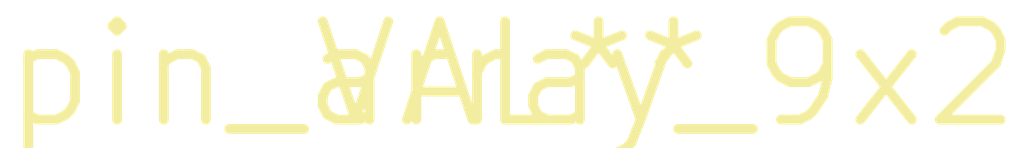
<source format=kicad_pcb>
(kicad_pcb (version 3) (host pcbnew "(2013-07-07 BZR 4022)-stable")

  (general
    (links 0)
    (no_connects 0)
    (area 0 0 0 0)
    (thickness 1.6)
    (drawings 0)
    (tracks 0)
    (zones 0)
    (modules 1)
    (nets 1)
  )

  (page A3)
  (layers
    (15 F.Cu signal)
    (0 B.Cu signal)
    (16 B.Adhes user)
    (17 F.Adhes user)
    (18 B.Paste user)
    (19 F.Paste user)
    (20 B.SilkS user)
    (21 F.SilkS user)
    (22 B.Mask user)
    (23 F.Mask user)
    (24 Dwgs.User user)
    (25 Cmts.User user)
    (26 Eco1.User user)
    (27 Eco2.User user)
    (28 Edge.Cuts user)
  )

  (setup
    (last_trace_width 0.254)
    (trace_clearance 0.254)
    (zone_clearance 0.508)
    (zone_45_only no)
    (trace_min 0.254)
    (segment_width 0.2)
    (edge_width 0.15)
    (via_size 0.889)
    (via_drill 0.635)
    (via_min_size 0.889)
    (via_min_drill 0.508)
    (uvia_size 0.508)
    (uvia_drill 0.127)
    (uvias_allowed no)
    (uvia_min_size 0.508)
    (uvia_min_drill 0.127)
    (pcb_text_width 0.3)
    (pcb_text_size 1.5 1.5)
    (mod_edge_width 0.15)
    (mod_text_size 1.5 1.5)
    (mod_text_width 0.15)
    (pad_size 1.524 1.524)
    (pad_drill 0.762)
    (pad_to_mask_clearance 0.2)
    (aux_axis_origin 0 0)
    (visible_elements FFFFFFBF)
    (pcbplotparams
      (layerselection 3178497)
      (usegerberextensions true)
      (excludeedgelayer true)
      (linewidth 0.100000)
      (plotframeref false)
      (viasonmask false)
      (mode 1)
      (useauxorigin false)
      (hpglpennumber 1)
      (hpglpenspeed 20)
      (hpglpendiameter 15)
      (hpglpenoverlay 2)
      (psnegative false)
      (psa4output false)
      (plotreference true)
      (plotvalue true)
      (plotothertext true)
      (plotinvisibletext false)
      (padsonsilk false)
      (subtractmaskfromsilk false)
      (outputformat 1)
      (mirror false)
      (drillshape 1)
      (scaleselection 1)
      (outputdirectory ""))
  )

  (net 0 "")

  (net_class Default "This is the default net class."
    (clearance 0.254)
    (trace_width 0.254)
    (via_dia 0.889)
    (via_drill 0.635)
    (uvia_dia 0.508)
    (uvia_drill 0.127)
    (add_net "")
  )

  (module pin_array_9x2 (layer F.Cu) (tedit 5375ECD5) (tstamp 5376D14E)
    (at 0 0)
    (fp_text reference pin_array_9x2 (at 0 0) (layer F.SilkS)
      (effects (font (size 1.5 1.5) (thickness 0.15)))
    )
    (fp_text value VAL** (at 0 0) (layer F.SilkS)
      (effects (font (size 1.5 1.5) (thickness 0.15)))
    )
  )

)

</source>
